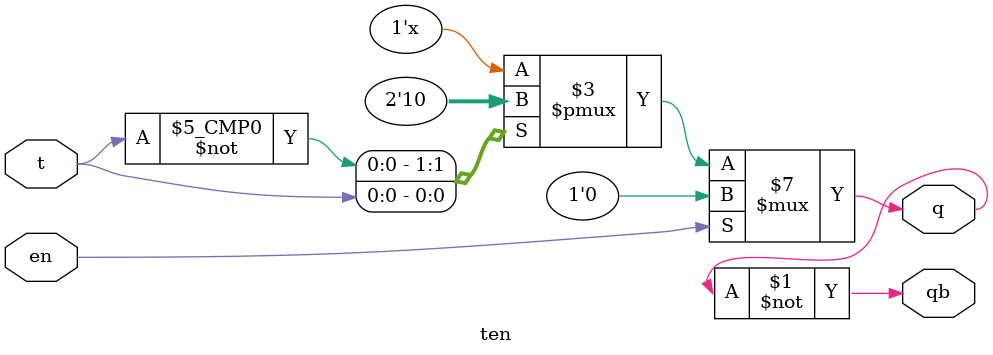
<source format=v>
module ten(input t,en,output reg q,output qb);
assign qb=~q;
always @ (*)begin
if (en) begin
q<=0;
end
else
case({t})
1'b0:q<=1'b1;
1'b1:q<=1'b0;
endcase
end
endmodule

</source>
